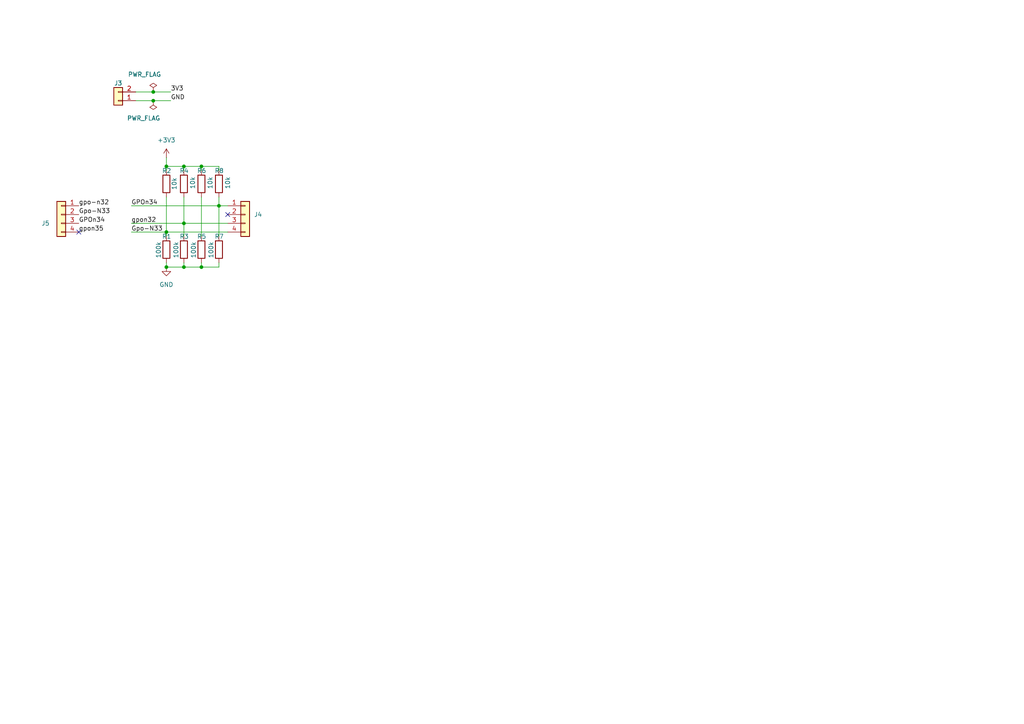
<source format=kicad_sch>
(kicad_sch (version 20250114) (generator "eeschema") (generator_version "9.0")
  (paper "A4")
  (lib_symbols
    (symbol "Connector_Generic:Conn_01x02" (pin_names (offset 1.016) (hide yes))
      (property "Reference" "J" (at 0 2.54 0))
      (property "Value" "Conn_01x02" (at 0 -5.08 0))
      (symbol "Conn_01x02_1_1"
        (rectangle (start -1.27 1.27) (end 1.27 -3.81) (stroke (width 0.254)) (fill (type background)))
        (rectangle (start -1.27 0.127) (end 0 -0.127) (stroke (width 0.1524)))
        (rectangle (start -1.27 -2.413) (end 0 -2.667) (stroke (width 0.1524)))
        (pin passive line (at -5.08 0 0) (length 3.81) (name "Pin_1") (number "1"))
        (pin passive line (at -5.08 -2.54 0) (length 3.81) (name "Pin_2") (number "2"))
      )
    )
    (symbol "Connector_Generic:Conn_01x04" (pin_names (offset 1.016) (hide yes))
      (property "Reference" "J" (at 0 5.08 0))
      (property "Value" "Conn_01x04" (at 0 -7.62 0))
      (symbol "Conn_01x04_1_1"
        (rectangle (start -1.27 3.81) (end 1.27 -6.35) (stroke (width 0.254)) (fill (type background)))
        (rectangle (start -1.27 2.667) (end 0 2.413) (stroke (width 0.1524)))
        (rectangle (start -1.27 0.127) (end 0 -0.127) (stroke (width 0.1524)))
        (rectangle (start -1.27 -2.413) (end 0 -2.667) (stroke (width 0.1524)))
        (rectangle (start -1.27 -4.953) (end 0 -5.207) (stroke (width 0.1524)))
        (pin passive line (at -5.08 2.54 0) (length 3.81) (name "Pin_1") (number "1"))
        (pin passive line (at -5.08 0 0) (length 3.81) (name "Pin_2") (number "2"))
        (pin passive line (at -5.08 -2.54 0) (length 3.81) (name "Pin_3") (number "3"))
        (pin passive line (at -5.08 -5.08 0) (length 3.81) (name "Pin_4") (number "4"))
      )
    )
    (symbol "Device:R" (pin_numbers (hide yes)) (pin_names (offset 0))
      (property "Reference" "R" (at 2.032 0 90))
      (property "Value" "R" (at 0 0 90))
      (symbol "R_0_1"
        (rectangle (start -1.016 -2.54) (end 1.016 2.54) (stroke (width 0.254)))
      )
      (symbol "R_1_1"
        (pin passive line (at 0 3.81 270) (length 1.27) (name "~") (number "1"))
        (pin passive line (at 0 -3.81 90) (length 1.27) (name "~") (number "2"))
      )
    )
    (symbol "power:+3V3" (power) (pin_numbers (hide yes)) (pin_names (offset 0) (hide yes))
      (property "Value" "+3V3" (at 0 3.556 0))
      (symbol "+3V3_0_1"
        (polyline (pts (xy -0.762 1.27) (xy 0 2.54)))
        (polyline (pts (xy 0 2.54) (xy 0.762 1.27)))
        (polyline (pts (xy 0 0) (xy 0 2.54)))
      )
      (symbol "+3V3_1_1"
        (pin power_in line (at 0 0 90) (length 0) (name "~") (number "1"))
      )
    )
    (symbol "power:GND" (power) (pin_numbers (hide yes)) (pin_names (offset 0) (hide yes))
      (property "Value" "GND" (at 0 -3.81 0))
      (symbol "GND_0_1"
        (polyline (pts (xy 0 0) (xy 0 -1.27) (xy 1.27 -1.27) (xy 0 -2.54) (xy -1.27 -1.27) (xy 0 -1.27)))
      )
      (symbol "GND_1_1"
        (pin power_in line (at 0 0 270) (length 0) (name "~") (number "1"))
      )
    )
    (symbol "power:PWR_FLAG" (power) (pin_numbers (hide yes)) (pin_names (offset 0) (hide yes))
      (property "Value" "PWR_FLAG" (at 0 3.81 0))
      (symbol "PWR_FLAG_0_0"
        (pin power_out line (at 0 0 90) (length 0) (name "~") (number "1"))
      )
      (symbol "PWR_FLAG_0_1"
        (polyline (pts (xy 0 0) (xy 0 1.27) (xy -1.016 1.905) (xy 0 2.54) (xy 1.016 1.905) (xy 0 1.27)))
      )
    )
  )
  (junction (at 44.45 29.21))
  (junction (at 48.26 77.47))
  (junction (at 63.5 59.69))
  (junction (at 53.34 77.47))
  (junction (at 58.42 77.47))
  (junction (at 48.26 67.31))
  (junction (at 44.45 26.67))
  (junction (at 58.42 48.26))
  (junction (at 53.34 48.26))
  (junction (at 48.26 48.26))
  (junction (at 53.34 64.77))
  (no_connect (at 22.86 67.31))
  (no_connect (at 66.04 62.23))
  (wire (pts (xy 44.45 29.21) (xy 49.53 29.21)))
  (wire (pts (xy 53.34 48.26) (xy 53.34 49.53)))
  (wire (pts (xy 48.26 77.47) (xy 53.34 77.47)))
  (wire (pts (xy 53.34 77.47) (xy 58.42 77.47)))
  (wire (pts (xy 63.5 59.69) (xy 66.04 59.69)))
  (wire (pts (xy 58.42 48.26) (xy 63.5 48.26)))
  (wire (pts (xy 58.42 57.15) (xy 58.42 68.58)))
  (wire (pts (xy 63.5 57.15) (xy 63.5 59.69)))
  (wire (pts (xy 53.34 64.77) (xy 66.04 64.77)))
  (wire (pts (xy 58.42 77.47) (xy 63.5 77.47)))
  (wire (pts (xy 48.26 68.58) (xy 48.26 67.31)))
  (wire (pts (xy 39.37 29.21) (xy 44.45 29.21)))
  (wire (pts (xy 48.26 45.72) (xy 48.26 48.26)))
  (wire (pts (xy 53.34 57.15) (xy 53.34 64.77)))
  (wire (pts (xy 53.34 76.2) (xy 53.34 77.47)))
  (wire (pts (xy 63.5 48.26) (xy 63.5 49.53)))
  (wire (pts (xy 63.5 59.69) (xy 63.5 68.58)))
  (wire (pts (xy 48.26 57.15) (xy 48.26 67.31)))
  (wire (pts (xy 58.42 76.2) (xy 58.42 77.47)))
  (wire (pts (xy 44.45 26.67) (xy 49.53 26.67)))
  (wire (pts (xy 63.5 76.2) (xy 63.5 77.47)))
  (wire (pts (xy 39.37 26.67) (xy 44.45 26.67)))
  (wire (pts (xy 48.26 48.26) (xy 53.34 48.26)))
  (wire (pts (xy 38.1 67.31) (xy 48.26 67.31)))
  (wire (pts (xy 48.26 48.26) (xy 48.26 49.53)))
  (wire (pts (xy 53.34 64.77) (xy 53.34 68.58)))
  (wire (pts (xy 38.1 59.69) (xy 63.5 59.69)))
  (wire (pts (xy 38.1 64.77) (xy 53.34 64.77)))
  (wire (pts (xy 58.42 48.26) (xy 58.42 49.53)))
  (wire (pts (xy 48.26 67.31) (xy 66.04 67.31)))
  (wire (pts (xy 53.34 48.26) (xy 58.42 48.26)))
  (wire (pts (xy 48.26 76.2) (xy 48.26 77.47)))
  (label "gpon35" (at 22.86 67.31 0))
  (label "3V3" (at 49.53 26.67 0))
  (label "gpo-n32" (at 22.86 59.69 0))
  (label "GPOn34" (at 38.1 59.69 0))
  (label "GPOn34" (at 22.86 64.77 0))
  (label "GND" (at 49.53 29.21 0))
  (label "Gpo-N33" (at 38.1 67.31 0))
  (label "gpon32" (at 38.1 64.77 0))
  (label "Gpo-N33" (at 22.86 62.23 0))
  (symbol (lib_id "Device:R") (at 53.34 53.34 0) (unit 1)
    (property "Reference" "R4" (at 52.07 49.53 0) (effects (justify left)))
    (property "Value" "10k" (at 55.88 54.864 90) (effects (justify left)))
    (property "Footprint" "Resistor_SMD:R_0603_1608Metric" (effects (hide yes)))
    (property "Description" "Resistor" (effects (hide yes)))
  )
  (symbol (lib_id "Device:R") (at 63.5 53.34 0) (unit 1)
    (property "Reference" "R8" (at 62.23 49.53 0) (effects (justify left)))
    (property "Value" "10k" (at 66.04 54.864 90) (effects (justify left)))
    (property "Footprint" "Resistor_SMD:R_0603_1608Metric" (effects (hide yes)))
    (property "Description" "Resistor" (effects (hide yes)))
  )
  (symbol (lib_id "power:PWR_FLAG") (at 44.45 29.21 180) (unit 1)
    (property "Reference" "#FLG2" (effects (hide yes)))
    (property "Value" "PWR_FLAG" (at 41.656 34.29 0))
    (property "Description" "Special symbol for telling ERC where power comes from" (effects (hide yes)))
  )
  (symbol (lib_id "Device:R") (at 63.5 72.39 0) (unit 1)
    (property "Reference" "R7" (at 62.23 68.58 0) (effects (justify left)))
    (property "Value" "100k" (at 61.214 74.93 90) (effects (justify left)))
    (property "Footprint" "Resistor_SMD:R_0603_1608Metric" (effects (hide yes)))
    (property "Description" "Resistor" (effects (hide yes)))
  )
  (symbol (lib_id "Connector_Generic:Conn_01x04") (at 17.78 62.23 0) (mirror y) (unit 1)
    (property "Reference" "J5" (at 13.208 64.77 0))
    (property "Value" "Conn_01x04" (effects (hide yes)))
    (property "Description" "Generic connector, single row, 01x04, script generated (kicad-library-utils/schlib/autogen/connector/)" (effects (hide yes)))
  )
  (symbol (lib_id "Device:R") (at 48.26 53.34 0) (unit 1)
    (property "Reference" "R2" (at 46.99 49.53 0) (effects (justify left)))
    (property "Value" "10k" (at 50.546 55.118 90) (effects (justify left)))
    (property "Footprint" "Resistor_SMD:R_0603_1608Metric" (effects (hide yes)))
    (property "Description" "Resistor" (effects (hide yes)))
  )
  (symbol (lib_id "Device:R") (at 48.26 72.39 0) (unit 1)
    (property "Reference" "R1" (at 46.99 68.58 0) (effects (justify left)))
    (property "Value" "100k" (at 45.974 74.93 90) (effects (justify left)))
    (property "Footprint" "Resistor_SMD:R_0603_1608Metric" (effects (hide yes)))
    (property "Description" "Resistor" (effects (hide yes)))
  )
  (symbol (lib_id "Device:R") (at 58.42 53.34 0) (unit 1)
    (property "Reference" "R6" (at 57.15 49.53 0) (effects (justify left)))
    (property "Value" "10k" (at 60.96 54.864 90) (effects (justify left)))
    (property "Footprint" "Resistor_SMD:R_0603_1608Metric" (effects (hide yes)))
    (property "Description" "Resistor" (effects (hide yes)))
  )
  (symbol (lib_id "Device:R") (at 53.34 72.39 0) (unit 1)
    (property "Reference" "R3" (at 52.07 68.58 0) (effects (justify left)))
    (property "Value" "100k" (at 51.054 74.93 90) (effects (justify left)))
    (property "Footprint" "Resistor_SMD:R_0603_1608Metric" (effects (hide yes)))
    (property "Description" "Resistor" (effects (hide yes)))
  )
  (symbol (lib_id "Connector_Generic:Conn_01x04") (at 71.12 62.23 0) (unit 1)
    (property "Reference" "J4" (at 73.66 62.2299 0) (effects (justify left)))
    (property "Value" "Conn_01x04" (effects (hide yes)))
    (property "Description" "Generic connector, single row, 01x04, script generated (kicad-library-utils/schlib/autogen/connector/)" (effects (hide yes)))
  )
  (symbol (lib_id "power:GND") (at 48.26 77.47 0) (unit 1)
    (property "Reference" "#PWR3" (effects (hide yes)))
    (property "Value" "GND" (at 48.26 82.55 0))
    (property "Description" "Power symbol creates a global label with name \"GND\" , ground" (effects (hide yes)))
  )
  (symbol (lib_id "power:+3V3") (at 48.26 45.72 0) (unit 1)
    (property "Reference" "#PWR4" (effects (hide yes)))
    (property "Value" "+3V3" (at 48.26 40.64 0))
    (property "Description" "Power symbol creates a global label with name \"+3V3\"" (effects (hide yes)))
  )
  (symbol (lib_id "Connector_Generic:Conn_01x02") (at 34.29 29.21 180) (unit 1)
    (property "Reference" "J3" (at 34.29 24.13 0))
    (property "Value" "Conn_01x02" (effects (hide yes)))
    (property "Description" "Generic connector, single row, 01x02, script generated (kicad-library-utils/schlib/autogen/connector/)" (effects (hide yes)))
  )
  (symbol (lib_id "Device:R") (at 58.42 72.39 0) (unit 1)
    (property "Reference" "R5" (at 57.15 68.58 0) (effects (justify left)))
    (property "Value" "100k" (at 56.134 74.93 90) (effects (justify left)))
    (property "Footprint" "Resistor_SMD:R_0603_1608Metric" (effects (hide yes)))
    (property "Description" "Resistor" (effects (hide yes)))
  )
  (symbol (lib_id "power:PWR_FLAG") (at 44.45 26.67 0) (unit 1)
    (property "Reference" "#FLG1" (effects (hide yes)))
    (property "Value" "PWR_FLAG" (at 41.91 21.59 0))
    (property "Description" "Special symbol for telling ERC where power comes from" (effects (hide yes)))
  )
)
</source>
